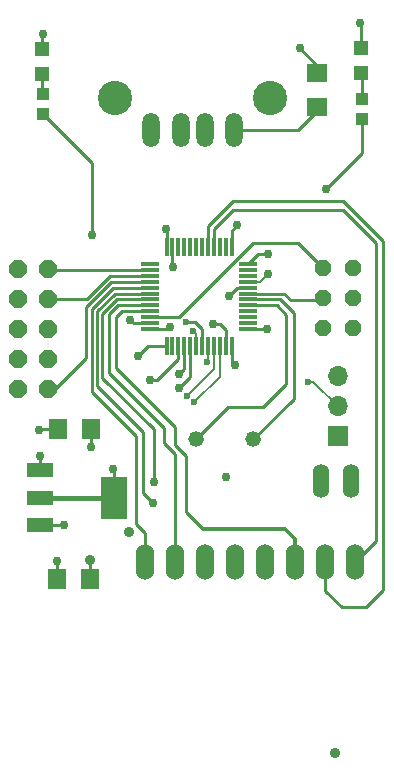
<source format=gbr>
%TF.GenerationSoftware,KiCad,Pcbnew,7.0.9*%
%TF.CreationDate,2024-03-16T10:18:13+00:00*%
%TF.ProjectId,wmk,776d6b2e-6b69-4636-9164-5f7063625858,rev?*%
%TF.SameCoordinates,Original*%
%TF.FileFunction,Copper,L1,Top*%
%TF.FilePolarity,Positive*%
%FSLAX46Y46*%
G04 Gerber Fmt 4.6, Leading zero omitted, Abs format (unit mm)*
G04 Created by KiCad (PCBNEW 7.0.9) date 2024-03-16 10:18:13*
%MOMM*%
%LPD*%
G01*
G04 APERTURE LIST*
G04 Aperture macros list*
%AMRoundRect*
0 Rectangle with rounded corners*
0 $1 Rounding radius*
0 $2 $3 $4 $5 $6 $7 $8 $9 X,Y pos of 4 corners*
0 Add a 4 corners polygon primitive as box body*
4,1,4,$2,$3,$4,$5,$6,$7,$8,$9,$2,$3,0*
0 Add four circle primitives for the rounded corners*
1,1,$1+$1,$2,$3*
1,1,$1+$1,$4,$5*
1,1,$1+$1,$6,$7*
1,1,$1+$1,$8,$9*
0 Add four rect primitives between the rounded corners*
20,1,$1+$1,$2,$3,$4,$5,0*
20,1,$1+$1,$4,$5,$6,$7,0*
20,1,$1+$1,$6,$7,$8,$9,0*
20,1,$1+$1,$8,$9,$2,$3,0*%
%AMOutline5P*
0 Free polygon, 5 corners , with rotation*
0 The origin of the aperture is its center*
0 number of corners: always 5*
0 $1 to $10 corner X, Y*
0 $11 Rotation angle, in degrees counterclockwise*
0 create outline with 5 corners*
4,1,5,$1,$2,$3,$4,$5,$6,$7,$8,$9,$10,$1,$2,$11*%
%AMOutline6P*
0 Free polygon, 6 corners , with rotation*
0 The origin of the aperture is its center*
0 number of corners: always 6*
0 $1 to $12 corner X, Y*
0 $13 Rotation angle, in degrees counterclockwise*
0 create outline with 6 corners*
4,1,6,$1,$2,$3,$4,$5,$6,$7,$8,$9,$10,$11,$12,$1,$2,$13*%
%AMOutline7P*
0 Free polygon, 7 corners , with rotation*
0 The origin of the aperture is its center*
0 number of corners: always 7*
0 $1 to $14 corner X, Y*
0 $15 Rotation angle, in degrees counterclockwise*
0 create outline with 7 corners*
4,1,7,$1,$2,$3,$4,$5,$6,$7,$8,$9,$10,$11,$12,$13,$14,$1,$2,$15*%
%AMOutline8P*
0 Free polygon, 8 corners , with rotation*
0 The origin of the aperture is its center*
0 number of corners: always 8*
0 $1 to $16 corner X, Y*
0 $17 Rotation angle, in degrees counterclockwise*
0 create outline with 8 corners*
4,1,8,$1,$2,$3,$4,$5,$6,$7,$8,$9,$10,$11,$12,$13,$14,$15,$16,$1,$2,$17*%
G04 Aperture macros list end*
%TA.AperFunction,ComponentPad*%
%ADD10O,1.422400X2.844800*%
%TD*%
%TA.AperFunction,ComponentPad*%
%ADD11Outline8P,-0.711200X0.294589X-0.294589X0.711200X0.294589X0.711200X0.711200X0.294589X0.711200X-0.294589X0.294589X-0.711200X-0.294589X-0.711200X-0.711200X-0.294589X90.000000*%
%TD*%
%TA.AperFunction,SMDPad,CuDef*%
%ADD12R,1.600000X1.800000*%
%TD*%
%TA.AperFunction,ComponentPad*%
%ADD13O,1.458000X2.916000*%
%TD*%
%TA.AperFunction,ComponentPad*%
%ADD14C,2.900000*%
%TD*%
%TA.AperFunction,SMDPad,CuDef*%
%ADD15R,1.803000X1.600000*%
%TD*%
%TA.AperFunction,SMDPad,CuDef*%
%ADD16R,1.200000X1.200000*%
%TD*%
%TA.AperFunction,ComponentPad*%
%ADD17R,1.700000X1.700000*%
%TD*%
%TA.AperFunction,ComponentPad*%
%ADD18O,1.700000X1.700000*%
%TD*%
%TA.AperFunction,SMDPad,CuDef*%
%ADD19R,1.100000X1.000000*%
%TD*%
%TA.AperFunction,SMDPad,CuDef*%
%ADD20RoundRect,0.070000X-0.710000X0.070000X-0.710000X-0.070000X0.710000X-0.070000X0.710000X0.070000X0*%
%TD*%
%TA.AperFunction,SMDPad,CuDef*%
%ADD21RoundRect,0.070000X0.070000X0.710000X-0.070000X0.710000X-0.070000X-0.710000X0.070000X-0.710000X0*%
%TD*%
%TA.AperFunction,SMDPad,CuDef*%
%ADD22R,2.235000X1.219000*%
%TD*%
%TA.AperFunction,SMDPad,CuDef*%
%ADD23R,2.200000X3.600000*%
%TD*%
%TA.AperFunction,ComponentPad*%
%ADD24O,1.524000X3.048000*%
%TD*%
%TA.AperFunction,ComponentPad*%
%ADD25Outline8P,-0.762000X0.315631X-0.315631X0.762000X0.315631X0.762000X0.762000X0.315631X0.762000X-0.315631X0.315631X-0.762000X-0.315631X-0.762000X-0.762000X-0.315631X90.000000*%
%TD*%
%TA.AperFunction,ComponentPad*%
%ADD26C,1.320800*%
%TD*%
%TA.AperFunction,ViaPad*%
%ADD27C,0.756400*%
%TD*%
%TA.AperFunction,ViaPad*%
%ADD28C,0.906400*%
%TD*%
%TA.AperFunction,ViaPad*%
%ADD29C,0.600000*%
%TD*%
%TA.AperFunction,Conductor*%
%ADD30C,0.254000*%
%TD*%
%TA.AperFunction,Conductor*%
%ADD31C,0.200000*%
%TD*%
%TA.AperFunction,Conductor*%
%ADD32C,0.406400*%
%TD*%
%TA.AperFunction,Conductor*%
%ADD33C,0.304800*%
%TD*%
G04 APERTURE END LIST*
D10*
%TO.P,JP3,1,1*%
%TO.N,/RX*%
X159359600Y-96418400D03*
%TO.P,JP3,2,2*%
%TO.N,/TX*%
X161899600Y-96418400D03*
%TD*%
D11*
%TO.P,PROGRAMER0,1,1*%
%TO.N,VCC*%
X162041100Y-83483600D03*
%TO.P,PROGRAMER0,2,2*%
%TO.N,GND*%
X159501100Y-83483600D03*
%TO.P,PROGRAMER0,3,3*%
%TO.N,VDD*%
X162041100Y-80943600D03*
%TO.P,PROGRAMER0,4,4*%
%TO.N,/NRST*%
X159501100Y-80943600D03*
%TO.P,PROGRAMER0,5,5*%
%TO.N,/SWCLK*%
X162041100Y-78403600D03*
%TO.P,PROGRAMER0,6,6*%
%TO.N,/SWDIO*%
X159501100Y-78403600D03*
%TD*%
D12*
%TO.P,C13,1,1*%
%TO.N,VDD*%
X139893600Y-92026100D03*
%TO.P,C13,2,2*%
%TO.N,GND*%
X137093600Y-92026100D03*
%TD*%
D13*
%TO.P,X1,1,1*%
%TO.N,Net-(F1-Pad2)*%
X152001100Y-66713600D03*
%TO.P,X1,2,2*%
%TO.N,/USB_DM*%
X149501100Y-66713600D03*
%TO.P,X1,3,3*%
%TO.N,/USB_DP*%
X147501100Y-66713600D03*
%TO.P,X1,4,4*%
%TO.N,GND*%
X145001100Y-66713600D03*
D14*
%TO.P,X1,S1,S1*%
%TO.N,unconnected-(X1-PadS1)*%
X155071100Y-64003600D03*
%TO.P,X1,S2,S2*%
%TO.N,unconnected-(X1-PadS2)*%
X141931100Y-64003600D03*
%TD*%
D15*
%TO.P,F1,1,1*%
%TO.N,VCC*%
X159009400Y-61890100D03*
%TO.P,F1,2,2*%
%TO.N,Net-(F1-Pad2)*%
X159009400Y-64734100D03*
%TD*%
D12*
%TO.P,C3,1,1*%
%TO.N,VCC*%
X136999800Y-104723700D03*
%TO.P,C3,2,2*%
%TO.N,GND*%
X139799800Y-104723700D03*
%TD*%
D16*
%TO.P,POWER0,A,A*%
%TO.N,Net-(POWER0-PadA)*%
X135770100Y-61912600D03*
%TO.P,POWER0,C,C*%
%TO.N,GND*%
X135770100Y-59812600D03*
%TD*%
D17*
%TO.P,J1,1,Pin_1*%
%TO.N,GND*%
X160782000Y-92608400D03*
D18*
%TO.P,J1,2,Pin_2*%
%TO.N,Net-(J1-Pin_2)*%
X160782000Y-90068400D03*
%TO.P,J1,3,Pin_3*%
%TO.N,VDD*%
X160782000Y-87528400D03*
%TD*%
D19*
%TO.P,R3,1,1*%
%TO.N,VDD*%
X135820100Y-65336400D03*
%TO.P,R3,2,2*%
%TO.N,Net-(POWER0-PadA)*%
X135820100Y-63636400D03*
%TD*%
D20*
%TO.P,U2,1,VBAT*%
%TO.N,VDD*%
X153207200Y-83537300D03*
%TO.P,U2,2,PC13-TAMPER-RTC*%
%TO.N,unconnected-(U2-PC13-TAMPER-RTC-Pad2)*%
X153207200Y-83037300D03*
%TO.P,U2,3,PC14-OSC32_IN*%
%TO.N,unconnected-(U2-PC14-OSC32_IN-Pad3)*%
X153207200Y-82537300D03*
%TO.P,U2,4,PC15-OSC32_OUT*%
%TO.N,unconnected-(U2-PC15-OSC32_OUT-Pad4)*%
X153207200Y-82037300D03*
%TO.P,U2,5,PD0_OSC_IN*%
%TO.N,Net-(U2-PD0_OSC_IN)*%
X153207200Y-81537300D03*
%TO.P,U2,6,PD1_OSC_OUT*%
%TO.N,Net-(U2-PD1_OSC_OUT)*%
X153207200Y-81037300D03*
%TO.P,U2,7,NRST*%
%TO.N,/NRST*%
X153207200Y-80537300D03*
%TO.P,U2,8,VSSA*%
%TO.N,GND*%
X153207200Y-80037300D03*
%TO.P,U2,9,VDDA*%
%TO.N,VDD*%
X153207200Y-79537300D03*
%TO.P,U2,10,PA0_WKUP*%
%TO.N,unconnected-(U2-PA0_WKUP-Pad10)*%
X153207200Y-79037300D03*
%TO.P,U2,11,PA1*%
%TO.N,unconnected-(U2-PA1-Pad11)*%
X153207200Y-78537300D03*
%TO.P,U2,12,PA2*%
%TO.N,unconnected-(U2-PA2-Pad12)*%
X153207200Y-78037300D03*
D21*
%TO.P,U2,13,PA3*%
%TO.N,Net-(U2-PA3)*%
X151777200Y-76607300D03*
%TO.P,U2,14,PA4*%
%TO.N,unconnected-(U2-PA4-Pad14)*%
X151277200Y-76607300D03*
%TO.P,U2,15,PA5*%
%TO.N,unconnected-(U2-PA5-Pad15)*%
X150777200Y-76607300D03*
%TO.P,U2,16,PA6*%
%TO.N,/CLOCK*%
X150277200Y-76607300D03*
%TO.P,U2,17,PA7*%
%TO.N,/DATA*%
X149777200Y-76607300D03*
%TO.P,U2,18,PB0*%
%TO.N,unconnected-(U2-PB0-Pad18)*%
X149277200Y-76607300D03*
%TO.P,U2,19,PB1*%
%TO.N,unconnected-(U2-PB1-Pad19)*%
X148777200Y-76607300D03*
%TO.P,U2,20,PB2*%
%TO.N,unconnected-(U2-PB2-Pad20)*%
X148277200Y-76607300D03*
%TO.P,U2,21,PB10*%
%TO.N,unconnected-(U2-PB10-Pad21)*%
X147777200Y-76607300D03*
%TO.P,U2,22,PB11*%
%TO.N,unconnected-(U2-PB11-Pad22)*%
X147277200Y-76607300D03*
%TO.P,U2,23,VSS*%
%TO.N,GND*%
X146777200Y-76607300D03*
%TO.P,U2,24,VDD*%
%TO.N,VDD*%
X146277200Y-76607300D03*
D20*
%TO.P,U2,25,PB12*%
%TO.N,unconnected-(U2-PB12-Pad25)*%
X144847200Y-78037300D03*
%TO.P,U2,26,PB13*%
%TO.N,Net-(U2-PB13)*%
X144847200Y-78537300D03*
%TO.P,U2,27,PB14*%
%TO.N,Net-(U2-PB14)*%
X144847200Y-79037300D03*
%TO.P,U2,28,PB15*%
%TO.N,Net-(U2-PB15)*%
X144847200Y-79537300D03*
%TO.P,U2,29,PA8*%
%TO.N,/INUSE*%
X144847200Y-80037300D03*
%TO.P,U2,30,PA9*%
%TO.N,/TX*%
X144847200Y-80537300D03*
%TO.P,U2,31,PA10*%
%TO.N,/RX*%
X144847200Y-81037300D03*
%TO.P,U2,32,PA11*%
%TO.N,/STATUS*%
X144847200Y-81537300D03*
%TO.P,U2,33,PA12*%
%TO.N,/RESET*%
X144847200Y-82037300D03*
%TO.P,U2,34,PA13*%
%TO.N,/SWDIO*%
X144847200Y-82537300D03*
%TO.P,U2,35,VSS*%
%TO.N,GND*%
X144847200Y-83037300D03*
%TO.P,U2,36,VDD*%
%TO.N,VDD*%
X144847200Y-83537300D03*
D21*
%TO.P,U2,37,PA14*%
%TO.N,/SWCLK*%
X146277200Y-84967300D03*
%TO.P,U2,38,PA15*%
%TO.N,unconnected-(U2-PA15-Pad38)*%
X146777200Y-84967300D03*
%TO.P,U2,39,PB3*%
%TO.N,Net-(U2-PB3)*%
X147277200Y-84967300D03*
%TO.P,U2,40,PB4*%
%TO.N,Net-(U2-PB4)*%
X147777200Y-84967300D03*
%TO.P,U2,41,PB5*%
%TO.N,Net-(U2-PB5)*%
X148277200Y-84967300D03*
%TO.P,U2,42,PB6*%
%TO.N,/USB_DM*%
X148777200Y-84967300D03*
%TO.P,U2,43,PB7*%
%TO.N,/USB_DP*%
X149277200Y-84967300D03*
%TO.P,U2,44,BOOT0*%
%TO.N,Net-(U2-BOOT0)*%
X149777200Y-84967300D03*
%TO.P,U2,45,PB8*%
%TO.N,Net-(U2-PB8)*%
X150277200Y-84967300D03*
%TO.P,U2,46,PB9*%
%TO.N,Net-(U2-PB9)*%
X150777200Y-84967300D03*
%TO.P,U2,47,VSS*%
%TO.N,GND*%
X151277200Y-84967300D03*
%TO.P,U2,48,VDD*%
%TO.N,VDD*%
X151777200Y-84967300D03*
%TD*%
D22*
%TO.P,IC1,1,GND*%
%TO.N,GND*%
X135589600Y-95500100D03*
%TO.P,IC1,2,OUT*%
%TO.N,VDD*%
X135589600Y-97811100D03*
%TO.P,IC1,3,IN*%
%TO.N,VCC*%
X135589600Y-100122100D03*
D23*
%TO.P,IC1,TAB,OUT1*%
%TO.N,VDD*%
X141787600Y-97811100D03*
%TD*%
D24*
%TO.P,JP2,1,1*%
%TO.N,/CLOCK*%
X162257431Y-103249369D03*
%TO.P,JP2,2,2*%
%TO.N,/DATA*%
X159717431Y-103249369D03*
%TO.P,JP2,3,3*%
%TO.N,/RESET*%
X157177431Y-103249369D03*
%TO.P,JP2,4,4*%
%TO.N,VCC*%
X154637431Y-103249369D03*
%TO.P,JP2,5,5*%
%TO.N,unconnected-(JP2-Pad5)*%
X152097431Y-103249369D03*
%TO.P,JP2,6,6*%
%TO.N,GND*%
X149557431Y-103249369D03*
%TO.P,JP2,7,7*%
%TO.N,/STATUS*%
X147017431Y-103249369D03*
%TO.P,JP2,8,8*%
%TO.N,/INUSE*%
X144477431Y-103249369D03*
%TD*%
D19*
%TO.P,R4,1,1*%
%TO.N,VDD*%
X162834900Y-65731400D03*
%TO.P,R4,2,2*%
%TO.N,Net-(CONNECT0-PadA)*%
X162834900Y-64031400D03*
%TD*%
D16*
%TO.P,CONNECT0,A,A*%
%TO.N,Net-(CONNECT0-PadA)*%
X162772900Y-61836400D03*
%TO.P,CONNECT0,C,C*%
%TO.N,Net-(U2-PA3)*%
X162772900Y-59736400D03*
%TD*%
D25*
%TO.P,JP1,1,1*%
%TO.N,Net-(U2-PB15)*%
X136271100Y-88583600D03*
%TO.P,JP1,2,2*%
%TO.N,Net-(U2-PB9)*%
X133731100Y-88583600D03*
%TO.P,JP1,3,3*%
%TO.N,VCC*%
X136271100Y-86043600D03*
%TO.P,JP1,4,4*%
%TO.N,Net-(U2-PB8)*%
X133731100Y-86043600D03*
%TO.P,JP1,5,5*%
%TO.N,GND*%
X136271100Y-83503600D03*
%TO.P,JP1,6,6*%
%TO.N,Net-(U2-PB5)*%
X133731100Y-83503600D03*
%TO.P,JP1,7,7*%
%TO.N,Net-(U2-PB14)*%
X136271100Y-80963600D03*
%TO.P,JP1,8,8*%
%TO.N,Net-(U2-PB4)*%
X133731100Y-80963600D03*
%TO.P,JP1,9,9*%
%TO.N,Net-(U2-PB13)*%
X136271100Y-78423600D03*
%TO.P,JP1,10,10*%
%TO.N,Net-(U2-PB3)*%
X133731100Y-78423600D03*
%TD*%
D26*
%TO.P,Q1,1,1*%
%TO.N,Net-(U2-PD1_OSC_OUT)*%
X153592337Y-92882875D03*
%TO.P,Q1,2,2*%
%TO.N,Net-(U2-PD0_OSC_IN)*%
X148766337Y-92882875D03*
%TD*%
D27*
%TO.N,GND*%
X150221000Y-83149500D03*
X151592600Y-80711100D03*
X146792000Y-78272700D03*
X143210600Y-82768500D03*
X151287800Y-96103500D03*
X135590600Y-94274700D03*
X135819200Y-58536900D03*
D28*
X160546100Y-119446100D03*
X143083600Y-100713600D03*
D27*
X135514400Y-92064900D03*
D28*
X139781600Y-103063100D03*
D27*
%TO.N,VDD*%
X139857800Y-93512700D03*
X154793000Y-83530500D03*
X139934000Y-75605700D03*
X146563400Y-83378100D03*
X159746000Y-71719500D03*
X141762800Y-95417700D03*
X152049800Y-86578500D03*
X146258600Y-75072300D03*
X154869200Y-78882300D03*
%TO.N,VCC*%
X157536200Y-59756100D03*
X137038400Y-103190100D03*
X137571800Y-100142100D03*
%TO.N,Net-(U2-PA3)*%
X152278400Y-74767500D03*
X162641600Y-57622500D03*
%TO.N,Net-(U2-PB3)*%
X144887000Y-87873900D03*
%TO.N,Net-(U2-PB4)*%
X147325400Y-87340500D03*
%TO.N,Net-(U2-PB5)*%
X147325400Y-88559700D03*
D29*
%TO.N,Net-(U2-PB8)*%
X148031200Y-89204800D03*
%TO.N,Net-(U2-PB9)*%
X148627844Y-89741779D03*
D27*
%TO.N,/TX*%
X145115600Y-98237100D03*
%TO.N,/RX*%
X145191800Y-96484500D03*
%TO.N,/SWCLK*%
X143820200Y-85816500D03*
D29*
%TO.N,Net-(U2-BOOT0)*%
X149674500Y-86326084D03*
%TO.N,/USB_DP*%
X147929600Y-82905600D03*
%TO.N,/USB_DM*%
X148539200Y-83667600D03*
D27*
%TO.N,unconnected-(U2-PA2-Pad12)*%
X154869200Y-77205900D03*
D29*
%TO.N,Net-(J1-Pin_2)*%
X158292800Y-87985600D03*
%TD*%
D30*
%TO.N,GND*%
X146777200Y-76607300D02*
X146777200Y-78257900D01*
X143479400Y-83037300D02*
X143210600Y-82768500D01*
X144847200Y-83037300D02*
X143479400Y-83037300D01*
X146777200Y-78257900D02*
X146792000Y-78272700D01*
X152266400Y-80037300D02*
X151592600Y-80711100D01*
X151277200Y-83596100D02*
X150830600Y-83149500D01*
X135589600Y-95500100D02*
X135589600Y-94275700D01*
X135770100Y-59812600D02*
X135770100Y-58586000D01*
X151277200Y-84967300D02*
X151277200Y-83596100D01*
X139799800Y-104723700D02*
X139799800Y-103081300D01*
X150830600Y-83149500D02*
X150221000Y-83149500D01*
X137093600Y-92026100D02*
X135553200Y-92026100D01*
X135770100Y-58586000D02*
X135819200Y-58536900D01*
X153207200Y-80037300D02*
X152266400Y-80037300D01*
X135553200Y-92026100D02*
X135514400Y-92064900D01*
X139799800Y-103081300D02*
X139781600Y-103063100D01*
X135589600Y-94275700D02*
X135590600Y-94274700D01*
%TO.N,VDD*%
X141787600Y-95442500D02*
X141762800Y-95417700D01*
X146277200Y-76607300D02*
X146277200Y-75090900D01*
X141787600Y-97811100D02*
X141787600Y-95442500D01*
X162834900Y-68630600D02*
X159746000Y-71719500D01*
X151777200Y-86305900D02*
X151777200Y-84967300D01*
D31*
X153207200Y-79537300D02*
X154214200Y-79537300D01*
D30*
X139893600Y-93476900D02*
X139857800Y-93512700D01*
X162834900Y-65731400D02*
X162834900Y-68630600D01*
X139934000Y-75605700D02*
X139934000Y-69450300D01*
X154869200Y-78882300D02*
X154869200Y-78954225D01*
X146563400Y-83378100D02*
X146404200Y-83537300D01*
X153207200Y-83537300D02*
X154786200Y-83537300D01*
X146277200Y-75090900D02*
X146258600Y-75072300D01*
X139893600Y-92026100D02*
X139893600Y-93476900D01*
X146404200Y-83537300D02*
X144847200Y-83537300D01*
X154786200Y-83537300D02*
X154793000Y-83530500D01*
D31*
X154214200Y-79537300D02*
X154869200Y-78882300D01*
D30*
X139934000Y-69450300D02*
X135820100Y-65336400D01*
D32*
X135589600Y-97811100D02*
X141787600Y-97811100D01*
D30*
X152049800Y-86578500D02*
X151777200Y-86305900D01*
%TO.N,VCC*%
X135589600Y-100122100D02*
X137551800Y-100122100D01*
X136999800Y-103228700D02*
X137038400Y-103190100D01*
X136999800Y-104723700D02*
X136999800Y-103228700D01*
X137551800Y-100122100D02*
X137571800Y-100142100D01*
X159009400Y-61229300D02*
X159009400Y-61890100D01*
X157536200Y-59756100D02*
X159009400Y-61229300D01*
%TO.N,/NRST*%
X159352600Y-81092100D02*
X159501100Y-80943600D01*
X153207200Y-80537300D02*
X156219400Y-80537300D01*
X156219400Y-80537300D02*
X156774200Y-81092100D01*
X156774200Y-81092100D02*
X159352600Y-81092100D01*
%TO.N,Net-(U2-PD0_OSC_IN)*%
X148766337Y-92882875D02*
X151489312Y-90159900D01*
X155619200Y-81537300D02*
X156393200Y-82311300D01*
X156393200Y-82311300D02*
X156393200Y-88178700D01*
X155619200Y-81537300D02*
X153207200Y-81537300D01*
X154412000Y-90159900D02*
X151489312Y-90159900D01*
X156393200Y-88178700D02*
X154412000Y-90159900D01*
%TO.N,Net-(U2-PD1_OSC_OUT)*%
X153592337Y-92882875D02*
X157028200Y-89447013D01*
X157028200Y-82184300D02*
X155859800Y-81015900D01*
X153228600Y-81015900D02*
X153207200Y-81037300D01*
X155859800Y-81015900D02*
X153228600Y-81015900D01*
X157028200Y-89447013D02*
X157028200Y-82184300D01*
%TO.N,Net-(CONNECT0-PadA)*%
X162772900Y-61836400D02*
X162834900Y-61898400D01*
X162834900Y-61898400D02*
X162834900Y-64031400D01*
%TO.N,Net-(U2-PA3)*%
X151777200Y-76607300D02*
X151777200Y-75268700D01*
X162772900Y-57753800D02*
X162772900Y-59736400D01*
X162641600Y-57622500D02*
X162772900Y-57753800D01*
X151777200Y-75268700D02*
X152278400Y-74767500D01*
%TO.N,Net-(F1-Pad2)*%
X158992190Y-65094135D02*
X159009400Y-64734100D01*
X152001100Y-66713600D02*
X157372725Y-66713600D01*
X157372725Y-66713600D02*
X158992190Y-65094135D01*
%TO.N,Net-(U2-PB3)*%
X144887000Y-87873900D02*
X145496600Y-87873900D01*
X147277200Y-86093300D02*
X147277200Y-84967300D01*
X145496600Y-87873900D02*
X147277200Y-86093300D01*
%TO.N,Net-(U2-PB13)*%
X136271100Y-78423600D02*
X136384800Y-78537300D01*
X136384800Y-78537300D02*
X144847200Y-78537300D01*
%TO.N,Net-(U2-PB4)*%
X147777200Y-86888700D02*
X147325400Y-87340500D01*
X147777200Y-84967300D02*
X147777200Y-86888700D01*
%TO.N,Net-(U2-PB14)*%
X136271100Y-80963600D02*
X139531456Y-80963600D01*
X139531456Y-80963600D02*
X141457756Y-79037300D01*
X141457756Y-79037300D02*
X144847200Y-79037300D01*
%TO.N,Net-(U2-PB5)*%
X148277200Y-87607900D02*
X148277200Y-84967300D01*
X147325400Y-88559700D02*
X148277200Y-87607900D01*
D31*
%TO.N,Net-(U2-PB8)*%
X148031200Y-89204800D02*
X150277200Y-86958800D01*
X150277200Y-86958800D02*
X150277200Y-84967300D01*
%TO.N,Net-(U2-PB9)*%
X148627844Y-89741779D02*
X150777200Y-87592423D01*
X150777200Y-87592423D02*
X150777200Y-84967300D01*
D30*
%TO.N,Net-(U2-PB15)*%
X139476800Y-85968900D02*
X139476800Y-81664838D01*
X136862100Y-88583600D02*
X139476800Y-85968900D01*
X141604337Y-79537300D02*
X144847200Y-79537300D01*
X136271100Y-88583600D02*
X136862100Y-88583600D01*
X139476800Y-81664838D02*
X141604337Y-79537300D01*
%TO.N,/INUSE*%
X139934000Y-88864500D02*
X139934000Y-81854219D01*
X139934000Y-88864500D02*
X143667800Y-92598300D01*
X143667800Y-100018269D02*
X144477431Y-100827900D01*
X143667800Y-92598300D02*
X143667800Y-100018269D01*
X144477431Y-100827900D02*
X144477431Y-103249369D01*
X139934000Y-81854219D02*
X141750918Y-80037300D01*
X141750918Y-80037300D02*
X144847200Y-80037300D01*
%TO.N,/STATUS*%
X142190662Y-81537300D02*
X144847200Y-81537300D01*
X147017431Y-94160469D02*
X147017431Y-103249369D01*
X146080800Y-93223838D02*
X147017431Y-94160469D01*
X146080800Y-91887100D02*
X146080800Y-93223838D01*
X141432600Y-82295363D02*
X142190662Y-81537300D01*
X141432600Y-87238900D02*
X146080800Y-91887100D01*
X141432600Y-87238900D02*
X141432600Y-82295363D01*
%TO.N,/RESET*%
X147935000Y-99062600D02*
X149344700Y-100472300D01*
X147935000Y-94274700D02*
X147935000Y-99062600D01*
X141991400Y-86807100D02*
X141991400Y-82539900D01*
X147020600Y-91836300D02*
X141991400Y-86807100D01*
X144847200Y-82037300D02*
X142494000Y-82037300D01*
D33*
X157177431Y-103249369D02*
X157177431Y-101320032D01*
D30*
X142494000Y-82037300D02*
X141991400Y-82539900D01*
X147935000Y-94274700D02*
X147020600Y-93360300D01*
X147020600Y-93360300D02*
X147020600Y-91836300D01*
D33*
X149344700Y-100472300D02*
X156329700Y-100472300D01*
X157177431Y-101320032D02*
X156329700Y-100472300D01*
D30*
%TO.N,/DATA*%
X149777200Y-74830300D02*
X151897400Y-72710100D01*
X164590000Y-76062900D02*
X164590000Y-105661300D01*
X159717431Y-105676132D02*
X161117600Y-107076300D01*
X149777200Y-76607300D02*
X149777200Y-74830300D01*
X151897400Y-72710100D02*
X161237200Y-72710100D01*
X159717431Y-103249369D02*
X159717431Y-105676132D01*
X164590000Y-105661300D02*
X163175000Y-107076300D01*
X161237200Y-72710100D02*
X164590000Y-76062900D01*
X163175000Y-107076300D02*
X161117600Y-107076300D01*
%TO.N,/CLOCK*%
X161193800Y-73472100D02*
X164013200Y-76291500D01*
X164013200Y-76291500D02*
X164013200Y-101493600D01*
X164013200Y-101493600D02*
X162257431Y-103249369D01*
X150277200Y-76607300D02*
X150277200Y-75092300D01*
X151897400Y-73472100D02*
X161193800Y-73472100D01*
X150277200Y-75092300D02*
X151897400Y-73472100D01*
%TO.N,/TX*%
X140391200Y-88370319D02*
X144277400Y-92256519D01*
X140391200Y-88370319D02*
X140391200Y-82043600D01*
X140391200Y-82043600D02*
X141876100Y-80558700D01*
X144277400Y-92256519D02*
X144277400Y-97398900D01*
X141876100Y-80558700D02*
X144825800Y-80558700D01*
X144277400Y-97398900D02*
X145115600Y-98237100D01*
X144825800Y-80558700D02*
X144847200Y-80537300D01*
%TO.N,/RX*%
X142044081Y-81037300D02*
X144847200Y-81037300D01*
X140848400Y-87645300D02*
X140848400Y-82232982D01*
X140848400Y-82232982D02*
X142044081Y-81037300D01*
X140848400Y-87645300D02*
X145191800Y-91988700D01*
X145191800Y-91988700D02*
X145191800Y-96484500D01*
%TO.N,Net-(POWER0-PadA)*%
X135770100Y-63586400D02*
X135820100Y-63636400D01*
X135770100Y-61912600D02*
X135770100Y-63586400D01*
%TO.N,/SWDIO*%
X153573800Y-76291500D02*
X157389000Y-76291500D01*
X157389000Y-76291500D02*
X159501100Y-78403600D01*
X144847200Y-82537300D02*
X147328000Y-82537300D01*
X147328000Y-82537300D02*
X153573800Y-76291500D01*
%TO.N,/SWCLK*%
X143820200Y-85816500D02*
X144669400Y-84967300D01*
X144669400Y-84967300D02*
X146277200Y-84967300D01*
D31*
%TO.N,Net-(U2-BOOT0)*%
X149674500Y-86326084D02*
X149777200Y-86223384D01*
X149777200Y-86223384D02*
X149777200Y-84967300D01*
D30*
%TO.N,/USB_DP*%
X149277200Y-84967300D02*
X149277200Y-83514362D01*
X148668438Y-82905600D02*
X147929600Y-82905600D01*
X149306600Y-84996700D02*
X149277200Y-84967300D01*
X149277200Y-83514362D02*
X148668438Y-82905600D01*
D31*
%TO.N,/USB_DM*%
X148777200Y-83905600D02*
X148777200Y-84967300D01*
X148539200Y-83667600D02*
X148777200Y-83905600D01*
D30*
%TO.N,unconnected-(U2-PA2-Pad12)*%
X153207200Y-78037300D02*
X154038600Y-77205900D01*
X154038600Y-77205900D02*
X154869200Y-77205900D01*
D31*
%TO.N,Net-(J1-Pin_2)*%
X158699200Y-87985600D02*
X160782000Y-90068400D01*
X158292800Y-87985600D02*
X158699200Y-87985600D01*
%TD*%
M02*

</source>
